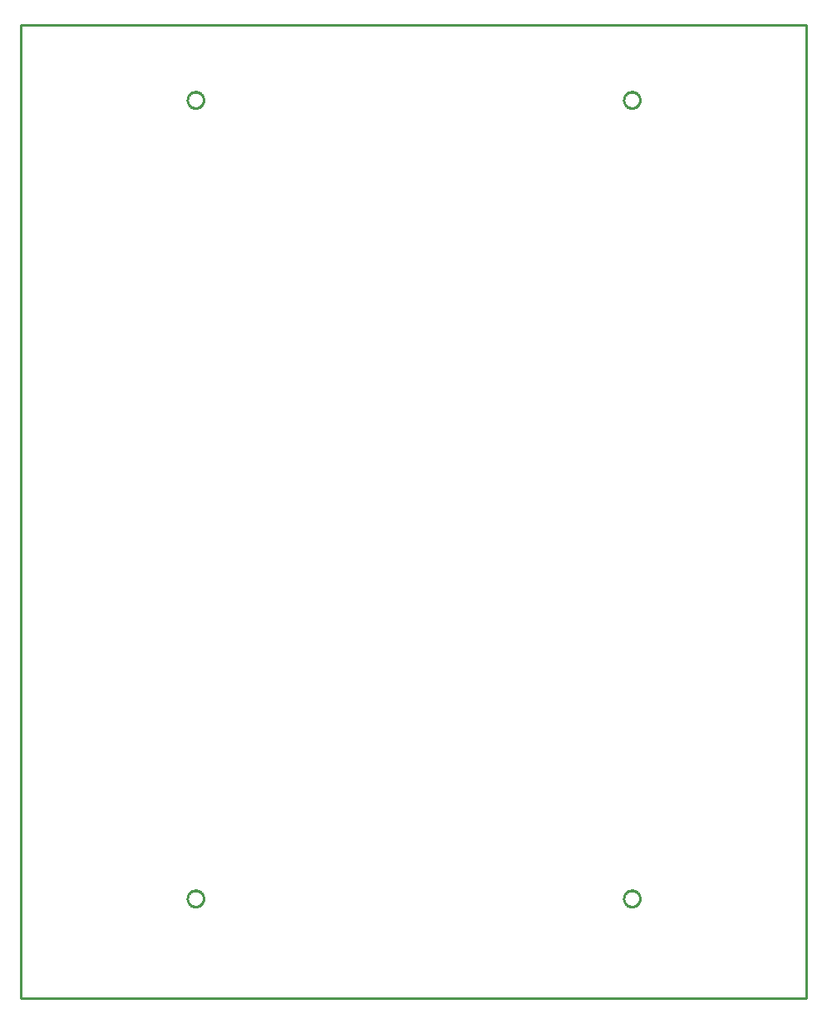
<source format=gbr>
G04 EAGLE Gerber RS-274X export*
G75*
%MOMM*%
%FSLAX34Y34*%
%LPD*%
%IN*%
%IPPOS*%
%AMOC8*
5,1,8,0,0,1.08239X$1,22.5*%
G01*
%ADD10C,0.254000*%


D10*
X0Y0D02*
X800100Y0D01*
X800100Y990600D01*
X0Y990600D01*
X0Y0D01*
X186055Y913994D02*
X185976Y913187D01*
X185817Y912392D01*
X185582Y911616D01*
X185271Y910866D01*
X184889Y910151D01*
X184438Y909477D01*
X183924Y908850D01*
X183350Y908276D01*
X182723Y907762D01*
X182049Y907311D01*
X181334Y906929D01*
X180584Y906618D01*
X179808Y906383D01*
X179013Y906225D01*
X178206Y906145D01*
X177394Y906145D01*
X176587Y906225D01*
X175792Y906383D01*
X175016Y906618D01*
X174266Y906929D01*
X173551Y907311D01*
X172877Y907762D01*
X172250Y908276D01*
X171676Y908850D01*
X171162Y909477D01*
X170711Y910151D01*
X170329Y910866D01*
X170018Y911616D01*
X169783Y912392D01*
X169625Y913187D01*
X169545Y913994D01*
X169545Y914806D01*
X169625Y915613D01*
X169783Y916408D01*
X170018Y917184D01*
X170329Y917934D01*
X170711Y918649D01*
X171162Y919323D01*
X171676Y919950D01*
X172250Y920524D01*
X172877Y921038D01*
X173551Y921489D01*
X174266Y921871D01*
X175016Y922182D01*
X175792Y922417D01*
X176587Y922576D01*
X177394Y922655D01*
X178206Y922655D01*
X179013Y922576D01*
X179808Y922417D01*
X180584Y922182D01*
X181334Y921871D01*
X182049Y921489D01*
X182723Y921038D01*
X183350Y920524D01*
X183924Y919950D01*
X184438Y919323D01*
X184889Y918649D01*
X185271Y917934D01*
X185582Y917184D01*
X185817Y916408D01*
X185976Y915613D01*
X186055Y914806D01*
X186055Y913994D01*
X186055Y101194D02*
X185976Y100387D01*
X185817Y99592D01*
X185582Y98816D01*
X185271Y98066D01*
X184889Y97351D01*
X184438Y96677D01*
X183924Y96050D01*
X183350Y95476D01*
X182723Y94962D01*
X182049Y94511D01*
X181334Y94129D01*
X180584Y93818D01*
X179808Y93583D01*
X179013Y93425D01*
X178206Y93345D01*
X177394Y93345D01*
X176587Y93425D01*
X175792Y93583D01*
X175016Y93818D01*
X174266Y94129D01*
X173551Y94511D01*
X172877Y94962D01*
X172250Y95476D01*
X171676Y96050D01*
X171162Y96677D01*
X170711Y97351D01*
X170329Y98066D01*
X170018Y98816D01*
X169783Y99592D01*
X169625Y100387D01*
X169545Y101194D01*
X169545Y102006D01*
X169625Y102813D01*
X169783Y103608D01*
X170018Y104384D01*
X170329Y105134D01*
X170711Y105849D01*
X171162Y106523D01*
X171676Y107150D01*
X172250Y107724D01*
X172877Y108238D01*
X173551Y108689D01*
X174266Y109071D01*
X175016Y109382D01*
X175792Y109617D01*
X176587Y109776D01*
X177394Y109855D01*
X178206Y109855D01*
X179013Y109776D01*
X179808Y109617D01*
X180584Y109382D01*
X181334Y109071D01*
X182049Y108689D01*
X182723Y108238D01*
X183350Y107724D01*
X183924Y107150D01*
X184438Y106523D01*
X184889Y105849D01*
X185271Y105134D01*
X185582Y104384D01*
X185817Y103608D01*
X185976Y102813D01*
X186055Y102006D01*
X186055Y101194D01*
X630555Y913994D02*
X630476Y913187D01*
X630317Y912392D01*
X630082Y911616D01*
X629771Y910866D01*
X629389Y910151D01*
X628938Y909477D01*
X628424Y908850D01*
X627850Y908276D01*
X627223Y907762D01*
X626549Y907311D01*
X625834Y906929D01*
X625084Y906618D01*
X624308Y906383D01*
X623513Y906225D01*
X622706Y906145D01*
X621894Y906145D01*
X621087Y906225D01*
X620292Y906383D01*
X619516Y906618D01*
X618766Y906929D01*
X618051Y907311D01*
X617377Y907762D01*
X616750Y908276D01*
X616176Y908850D01*
X615662Y909477D01*
X615211Y910151D01*
X614829Y910866D01*
X614518Y911616D01*
X614283Y912392D01*
X614125Y913187D01*
X614045Y913994D01*
X614045Y914806D01*
X614125Y915613D01*
X614283Y916408D01*
X614518Y917184D01*
X614829Y917934D01*
X615211Y918649D01*
X615662Y919323D01*
X616176Y919950D01*
X616750Y920524D01*
X617377Y921038D01*
X618051Y921489D01*
X618766Y921871D01*
X619516Y922182D01*
X620292Y922417D01*
X621087Y922576D01*
X621894Y922655D01*
X622706Y922655D01*
X623513Y922576D01*
X624308Y922417D01*
X625084Y922182D01*
X625834Y921871D01*
X626549Y921489D01*
X627223Y921038D01*
X627850Y920524D01*
X628424Y919950D01*
X628938Y919323D01*
X629389Y918649D01*
X629771Y917934D01*
X630082Y917184D01*
X630317Y916408D01*
X630476Y915613D01*
X630555Y914806D01*
X630555Y913994D01*
X630555Y101194D02*
X630476Y100387D01*
X630317Y99592D01*
X630082Y98816D01*
X629771Y98066D01*
X629389Y97351D01*
X628938Y96677D01*
X628424Y96050D01*
X627850Y95476D01*
X627223Y94962D01*
X626549Y94511D01*
X625834Y94129D01*
X625084Y93818D01*
X624308Y93583D01*
X623513Y93425D01*
X622706Y93345D01*
X621894Y93345D01*
X621087Y93425D01*
X620292Y93583D01*
X619516Y93818D01*
X618766Y94129D01*
X618051Y94511D01*
X617377Y94962D01*
X616750Y95476D01*
X616176Y96050D01*
X615662Y96677D01*
X615211Y97351D01*
X614829Y98066D01*
X614518Y98816D01*
X614283Y99592D01*
X614125Y100387D01*
X614045Y101194D01*
X614045Y102006D01*
X614125Y102813D01*
X614283Y103608D01*
X614518Y104384D01*
X614829Y105134D01*
X615211Y105849D01*
X615662Y106523D01*
X616176Y107150D01*
X616750Y107724D01*
X617377Y108238D01*
X618051Y108689D01*
X618766Y109071D01*
X619516Y109382D01*
X620292Y109617D01*
X621087Y109776D01*
X621894Y109855D01*
X622706Y109855D01*
X623513Y109776D01*
X624308Y109617D01*
X625084Y109382D01*
X625834Y109071D01*
X626549Y108689D01*
X627223Y108238D01*
X627850Y107724D01*
X628424Y107150D01*
X628938Y106523D01*
X629389Y105849D01*
X629771Y105134D01*
X630082Y104384D01*
X630317Y103608D01*
X630476Y102813D01*
X630555Y102006D01*
X630555Y101194D01*
M02*

</source>
